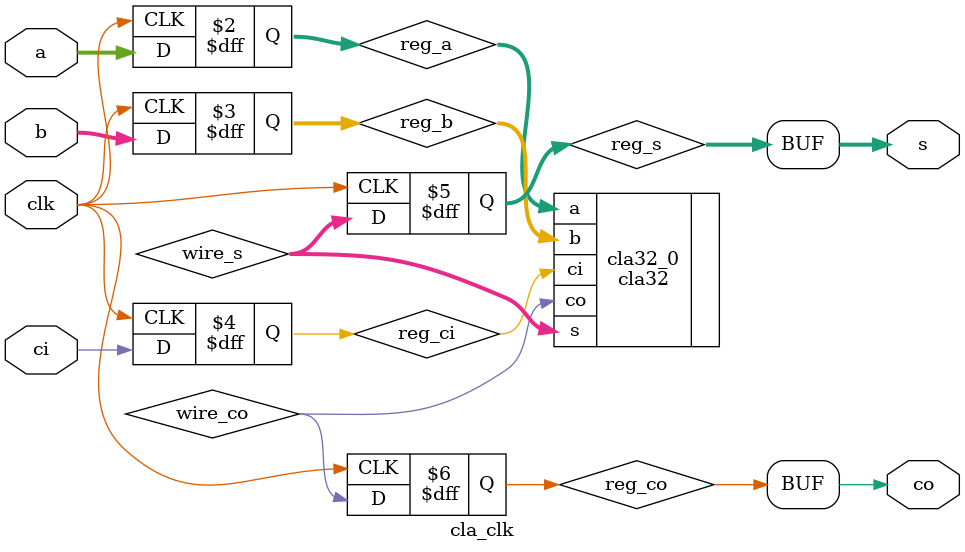
<source format=v>
module cla_clk(clk, a, b, ci, s, co);
  input clk; //clock
  input [31:0] a,b;
  input ci;
  output [31:0] s;
  output co;
  
  reg [31:0] reg_a, reg_b;
  reg reg_ci;
  reg [31:0] reg_s;
  reg reg_co;
  
  wire [31:0] wire_s;
  wire wire_co;
  
  
  always @ (posedge clk)
  begin
  reg_a <= a; //non-blocking assignment
  reg_b <= b;
  reg_ci <= ci;
  reg_s <= wire_s;
  reg_co <= wire_co;
  end
  
  //32_bit CLA module instance
  cla32 cla32_0(.a(reg_a), .b(reg_b), .ci(reg_ci), .s(wire_s), .co(wire_co));
  
  assign s = reg_s;
  assign co = reg_co;
  
endmodule

</source>
